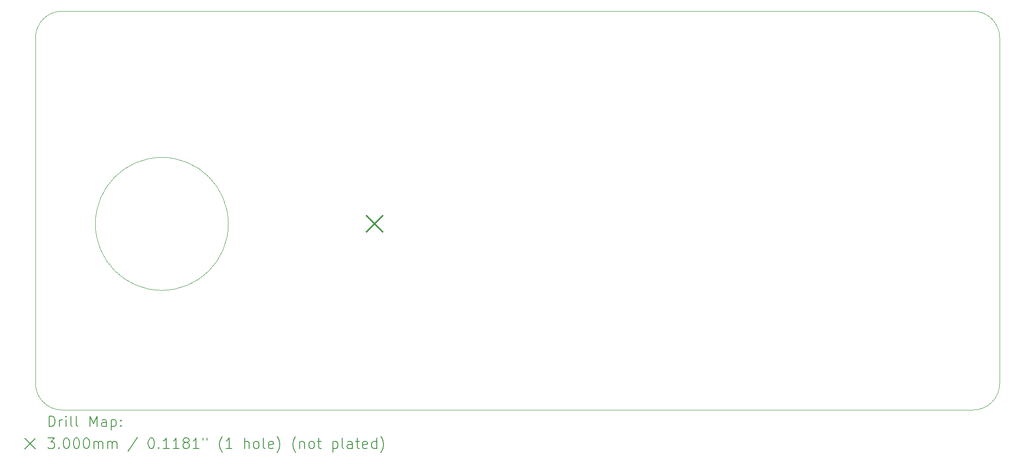
<source format=gbr>
%TF.GenerationSoftware,KiCad,Pcbnew,8.0.1*%
%TF.CreationDate,2024-03-31T13:33:14-07:00*%
%TF.ProjectId,Control,436f6e74-726f-46c2-9e6b-696361645f70,2.0*%
%TF.SameCoordinates,Original*%
%TF.FileFunction,Drillmap*%
%TF.FilePolarity,Positive*%
%FSLAX45Y45*%
G04 Gerber Fmt 4.5, Leading zero omitted, Abs format (unit mm)*
G04 Created by KiCad (PCBNEW 8.0.1) date 2024-03-31 13:33:14*
%MOMM*%
%LPD*%
G01*
G04 APERTURE LIST*
%ADD10C,0.050000*%
%ADD11C,0.200000*%
%ADD12C,0.300000*%
G04 APERTURE END LIST*
D10*
X5207000Y-13208000D02*
X5207000Y-6604000D01*
X5715000Y-13716000D02*
G75*
G02*
X5207000Y-13208000I0J508000D01*
G01*
X23114000Y-6096000D02*
G75*
G02*
X23622000Y-6604000I0J-508000D01*
G01*
X23622000Y-6604000D02*
X23622000Y-13208000D01*
X5715000Y-6096000D02*
X23114000Y-6096000D01*
X5207000Y-6604000D02*
G75*
G02*
X5715000Y-6096000I508000J0D01*
G01*
X8890000Y-10160000D02*
G75*
G02*
X6350000Y-10160000I-1270000J0D01*
G01*
X6350000Y-10160000D02*
G75*
G02*
X8890000Y-10160000I1270000J0D01*
G01*
X23622000Y-13208000D02*
G75*
G02*
X23114000Y-13716000I-508000J0D01*
G01*
X23114000Y-13716000D02*
X5715000Y-13716000D01*
D11*
D12*
X11534000Y-10010000D02*
X11834000Y-10310000D01*
X11834000Y-10010000D02*
X11534000Y-10310000D01*
D11*
X5465277Y-14029984D02*
X5465277Y-13829984D01*
X5465277Y-13829984D02*
X5512896Y-13829984D01*
X5512896Y-13829984D02*
X5541467Y-13839508D01*
X5541467Y-13839508D02*
X5560515Y-13858555D01*
X5560515Y-13858555D02*
X5570039Y-13877603D01*
X5570039Y-13877603D02*
X5579563Y-13915698D01*
X5579563Y-13915698D02*
X5579563Y-13944269D01*
X5579563Y-13944269D02*
X5570039Y-13982365D01*
X5570039Y-13982365D02*
X5560515Y-14001412D01*
X5560515Y-14001412D02*
X5541467Y-14020460D01*
X5541467Y-14020460D02*
X5512896Y-14029984D01*
X5512896Y-14029984D02*
X5465277Y-14029984D01*
X5665277Y-14029984D02*
X5665277Y-13896650D01*
X5665277Y-13934746D02*
X5674801Y-13915698D01*
X5674801Y-13915698D02*
X5684324Y-13906174D01*
X5684324Y-13906174D02*
X5703372Y-13896650D01*
X5703372Y-13896650D02*
X5722420Y-13896650D01*
X5789086Y-14029984D02*
X5789086Y-13896650D01*
X5789086Y-13829984D02*
X5779562Y-13839508D01*
X5779562Y-13839508D02*
X5789086Y-13849031D01*
X5789086Y-13849031D02*
X5798610Y-13839508D01*
X5798610Y-13839508D02*
X5789086Y-13829984D01*
X5789086Y-13829984D02*
X5789086Y-13849031D01*
X5912896Y-14029984D02*
X5893848Y-14020460D01*
X5893848Y-14020460D02*
X5884324Y-14001412D01*
X5884324Y-14001412D02*
X5884324Y-13829984D01*
X6017658Y-14029984D02*
X5998610Y-14020460D01*
X5998610Y-14020460D02*
X5989086Y-14001412D01*
X5989086Y-14001412D02*
X5989086Y-13829984D01*
X6246229Y-14029984D02*
X6246229Y-13829984D01*
X6246229Y-13829984D02*
X6312896Y-13972841D01*
X6312896Y-13972841D02*
X6379562Y-13829984D01*
X6379562Y-13829984D02*
X6379562Y-14029984D01*
X6560515Y-14029984D02*
X6560515Y-13925222D01*
X6560515Y-13925222D02*
X6550991Y-13906174D01*
X6550991Y-13906174D02*
X6531943Y-13896650D01*
X6531943Y-13896650D02*
X6493848Y-13896650D01*
X6493848Y-13896650D02*
X6474801Y-13906174D01*
X6560515Y-14020460D02*
X6541467Y-14029984D01*
X6541467Y-14029984D02*
X6493848Y-14029984D01*
X6493848Y-14029984D02*
X6474801Y-14020460D01*
X6474801Y-14020460D02*
X6465277Y-14001412D01*
X6465277Y-14001412D02*
X6465277Y-13982365D01*
X6465277Y-13982365D02*
X6474801Y-13963317D01*
X6474801Y-13963317D02*
X6493848Y-13953793D01*
X6493848Y-13953793D02*
X6541467Y-13953793D01*
X6541467Y-13953793D02*
X6560515Y-13944269D01*
X6655753Y-13896650D02*
X6655753Y-14096650D01*
X6655753Y-13906174D02*
X6674801Y-13896650D01*
X6674801Y-13896650D02*
X6712896Y-13896650D01*
X6712896Y-13896650D02*
X6731943Y-13906174D01*
X6731943Y-13906174D02*
X6741467Y-13915698D01*
X6741467Y-13915698D02*
X6750991Y-13934746D01*
X6750991Y-13934746D02*
X6750991Y-13991888D01*
X6750991Y-13991888D02*
X6741467Y-14010936D01*
X6741467Y-14010936D02*
X6731943Y-14020460D01*
X6731943Y-14020460D02*
X6712896Y-14029984D01*
X6712896Y-14029984D02*
X6674801Y-14029984D01*
X6674801Y-14029984D02*
X6655753Y-14020460D01*
X6836705Y-14010936D02*
X6846229Y-14020460D01*
X6846229Y-14020460D02*
X6836705Y-14029984D01*
X6836705Y-14029984D02*
X6827182Y-14020460D01*
X6827182Y-14020460D02*
X6836705Y-14010936D01*
X6836705Y-14010936D02*
X6836705Y-14029984D01*
X6836705Y-13906174D02*
X6846229Y-13915698D01*
X6846229Y-13915698D02*
X6836705Y-13925222D01*
X6836705Y-13925222D02*
X6827182Y-13915698D01*
X6827182Y-13915698D02*
X6836705Y-13906174D01*
X6836705Y-13906174D02*
X6836705Y-13925222D01*
X5004500Y-14258500D02*
X5204500Y-14458500D01*
X5204500Y-14258500D02*
X5004500Y-14458500D01*
X5446229Y-14249984D02*
X5570039Y-14249984D01*
X5570039Y-14249984D02*
X5503372Y-14326174D01*
X5503372Y-14326174D02*
X5531944Y-14326174D01*
X5531944Y-14326174D02*
X5550991Y-14335698D01*
X5550991Y-14335698D02*
X5560515Y-14345222D01*
X5560515Y-14345222D02*
X5570039Y-14364269D01*
X5570039Y-14364269D02*
X5570039Y-14411888D01*
X5570039Y-14411888D02*
X5560515Y-14430936D01*
X5560515Y-14430936D02*
X5550991Y-14440460D01*
X5550991Y-14440460D02*
X5531944Y-14449984D01*
X5531944Y-14449984D02*
X5474801Y-14449984D01*
X5474801Y-14449984D02*
X5455753Y-14440460D01*
X5455753Y-14440460D02*
X5446229Y-14430936D01*
X5655753Y-14430936D02*
X5665277Y-14440460D01*
X5665277Y-14440460D02*
X5655753Y-14449984D01*
X5655753Y-14449984D02*
X5646229Y-14440460D01*
X5646229Y-14440460D02*
X5655753Y-14430936D01*
X5655753Y-14430936D02*
X5655753Y-14449984D01*
X5789086Y-14249984D02*
X5808134Y-14249984D01*
X5808134Y-14249984D02*
X5827182Y-14259508D01*
X5827182Y-14259508D02*
X5836705Y-14269031D01*
X5836705Y-14269031D02*
X5846229Y-14288079D01*
X5846229Y-14288079D02*
X5855753Y-14326174D01*
X5855753Y-14326174D02*
X5855753Y-14373793D01*
X5855753Y-14373793D02*
X5846229Y-14411888D01*
X5846229Y-14411888D02*
X5836705Y-14430936D01*
X5836705Y-14430936D02*
X5827182Y-14440460D01*
X5827182Y-14440460D02*
X5808134Y-14449984D01*
X5808134Y-14449984D02*
X5789086Y-14449984D01*
X5789086Y-14449984D02*
X5770039Y-14440460D01*
X5770039Y-14440460D02*
X5760515Y-14430936D01*
X5760515Y-14430936D02*
X5750991Y-14411888D01*
X5750991Y-14411888D02*
X5741467Y-14373793D01*
X5741467Y-14373793D02*
X5741467Y-14326174D01*
X5741467Y-14326174D02*
X5750991Y-14288079D01*
X5750991Y-14288079D02*
X5760515Y-14269031D01*
X5760515Y-14269031D02*
X5770039Y-14259508D01*
X5770039Y-14259508D02*
X5789086Y-14249984D01*
X5979562Y-14249984D02*
X5998610Y-14249984D01*
X5998610Y-14249984D02*
X6017658Y-14259508D01*
X6017658Y-14259508D02*
X6027182Y-14269031D01*
X6027182Y-14269031D02*
X6036705Y-14288079D01*
X6036705Y-14288079D02*
X6046229Y-14326174D01*
X6046229Y-14326174D02*
X6046229Y-14373793D01*
X6046229Y-14373793D02*
X6036705Y-14411888D01*
X6036705Y-14411888D02*
X6027182Y-14430936D01*
X6027182Y-14430936D02*
X6017658Y-14440460D01*
X6017658Y-14440460D02*
X5998610Y-14449984D01*
X5998610Y-14449984D02*
X5979562Y-14449984D01*
X5979562Y-14449984D02*
X5960515Y-14440460D01*
X5960515Y-14440460D02*
X5950991Y-14430936D01*
X5950991Y-14430936D02*
X5941467Y-14411888D01*
X5941467Y-14411888D02*
X5931943Y-14373793D01*
X5931943Y-14373793D02*
X5931943Y-14326174D01*
X5931943Y-14326174D02*
X5941467Y-14288079D01*
X5941467Y-14288079D02*
X5950991Y-14269031D01*
X5950991Y-14269031D02*
X5960515Y-14259508D01*
X5960515Y-14259508D02*
X5979562Y-14249984D01*
X6170039Y-14249984D02*
X6189086Y-14249984D01*
X6189086Y-14249984D02*
X6208134Y-14259508D01*
X6208134Y-14259508D02*
X6217658Y-14269031D01*
X6217658Y-14269031D02*
X6227182Y-14288079D01*
X6227182Y-14288079D02*
X6236705Y-14326174D01*
X6236705Y-14326174D02*
X6236705Y-14373793D01*
X6236705Y-14373793D02*
X6227182Y-14411888D01*
X6227182Y-14411888D02*
X6217658Y-14430936D01*
X6217658Y-14430936D02*
X6208134Y-14440460D01*
X6208134Y-14440460D02*
X6189086Y-14449984D01*
X6189086Y-14449984D02*
X6170039Y-14449984D01*
X6170039Y-14449984D02*
X6150991Y-14440460D01*
X6150991Y-14440460D02*
X6141467Y-14430936D01*
X6141467Y-14430936D02*
X6131943Y-14411888D01*
X6131943Y-14411888D02*
X6122420Y-14373793D01*
X6122420Y-14373793D02*
X6122420Y-14326174D01*
X6122420Y-14326174D02*
X6131943Y-14288079D01*
X6131943Y-14288079D02*
X6141467Y-14269031D01*
X6141467Y-14269031D02*
X6150991Y-14259508D01*
X6150991Y-14259508D02*
X6170039Y-14249984D01*
X6322420Y-14449984D02*
X6322420Y-14316650D01*
X6322420Y-14335698D02*
X6331943Y-14326174D01*
X6331943Y-14326174D02*
X6350991Y-14316650D01*
X6350991Y-14316650D02*
X6379563Y-14316650D01*
X6379563Y-14316650D02*
X6398610Y-14326174D01*
X6398610Y-14326174D02*
X6408134Y-14345222D01*
X6408134Y-14345222D02*
X6408134Y-14449984D01*
X6408134Y-14345222D02*
X6417658Y-14326174D01*
X6417658Y-14326174D02*
X6436705Y-14316650D01*
X6436705Y-14316650D02*
X6465277Y-14316650D01*
X6465277Y-14316650D02*
X6484324Y-14326174D01*
X6484324Y-14326174D02*
X6493848Y-14345222D01*
X6493848Y-14345222D02*
X6493848Y-14449984D01*
X6589086Y-14449984D02*
X6589086Y-14316650D01*
X6589086Y-14335698D02*
X6598610Y-14326174D01*
X6598610Y-14326174D02*
X6617658Y-14316650D01*
X6617658Y-14316650D02*
X6646229Y-14316650D01*
X6646229Y-14316650D02*
X6665277Y-14326174D01*
X6665277Y-14326174D02*
X6674801Y-14345222D01*
X6674801Y-14345222D02*
X6674801Y-14449984D01*
X6674801Y-14345222D02*
X6684324Y-14326174D01*
X6684324Y-14326174D02*
X6703372Y-14316650D01*
X6703372Y-14316650D02*
X6731943Y-14316650D01*
X6731943Y-14316650D02*
X6750991Y-14326174D01*
X6750991Y-14326174D02*
X6760515Y-14345222D01*
X6760515Y-14345222D02*
X6760515Y-14449984D01*
X7150991Y-14240460D02*
X6979563Y-14497603D01*
X7408134Y-14249984D02*
X7427182Y-14249984D01*
X7427182Y-14249984D02*
X7446229Y-14259508D01*
X7446229Y-14259508D02*
X7455753Y-14269031D01*
X7455753Y-14269031D02*
X7465277Y-14288079D01*
X7465277Y-14288079D02*
X7474801Y-14326174D01*
X7474801Y-14326174D02*
X7474801Y-14373793D01*
X7474801Y-14373793D02*
X7465277Y-14411888D01*
X7465277Y-14411888D02*
X7455753Y-14430936D01*
X7455753Y-14430936D02*
X7446229Y-14440460D01*
X7446229Y-14440460D02*
X7427182Y-14449984D01*
X7427182Y-14449984D02*
X7408134Y-14449984D01*
X7408134Y-14449984D02*
X7389086Y-14440460D01*
X7389086Y-14440460D02*
X7379563Y-14430936D01*
X7379563Y-14430936D02*
X7370039Y-14411888D01*
X7370039Y-14411888D02*
X7360515Y-14373793D01*
X7360515Y-14373793D02*
X7360515Y-14326174D01*
X7360515Y-14326174D02*
X7370039Y-14288079D01*
X7370039Y-14288079D02*
X7379563Y-14269031D01*
X7379563Y-14269031D02*
X7389086Y-14259508D01*
X7389086Y-14259508D02*
X7408134Y-14249984D01*
X7560515Y-14430936D02*
X7570039Y-14440460D01*
X7570039Y-14440460D02*
X7560515Y-14449984D01*
X7560515Y-14449984D02*
X7550991Y-14440460D01*
X7550991Y-14440460D02*
X7560515Y-14430936D01*
X7560515Y-14430936D02*
X7560515Y-14449984D01*
X7760515Y-14449984D02*
X7646229Y-14449984D01*
X7703372Y-14449984D02*
X7703372Y-14249984D01*
X7703372Y-14249984D02*
X7684325Y-14278555D01*
X7684325Y-14278555D02*
X7665277Y-14297603D01*
X7665277Y-14297603D02*
X7646229Y-14307127D01*
X7950991Y-14449984D02*
X7836706Y-14449984D01*
X7893848Y-14449984D02*
X7893848Y-14249984D01*
X7893848Y-14249984D02*
X7874801Y-14278555D01*
X7874801Y-14278555D02*
X7855753Y-14297603D01*
X7855753Y-14297603D02*
X7836706Y-14307127D01*
X8065277Y-14335698D02*
X8046229Y-14326174D01*
X8046229Y-14326174D02*
X8036706Y-14316650D01*
X8036706Y-14316650D02*
X8027182Y-14297603D01*
X8027182Y-14297603D02*
X8027182Y-14288079D01*
X8027182Y-14288079D02*
X8036706Y-14269031D01*
X8036706Y-14269031D02*
X8046229Y-14259508D01*
X8046229Y-14259508D02*
X8065277Y-14249984D01*
X8065277Y-14249984D02*
X8103372Y-14249984D01*
X8103372Y-14249984D02*
X8122420Y-14259508D01*
X8122420Y-14259508D02*
X8131944Y-14269031D01*
X8131944Y-14269031D02*
X8141467Y-14288079D01*
X8141467Y-14288079D02*
X8141467Y-14297603D01*
X8141467Y-14297603D02*
X8131944Y-14316650D01*
X8131944Y-14316650D02*
X8122420Y-14326174D01*
X8122420Y-14326174D02*
X8103372Y-14335698D01*
X8103372Y-14335698D02*
X8065277Y-14335698D01*
X8065277Y-14335698D02*
X8046229Y-14345222D01*
X8046229Y-14345222D02*
X8036706Y-14354746D01*
X8036706Y-14354746D02*
X8027182Y-14373793D01*
X8027182Y-14373793D02*
X8027182Y-14411888D01*
X8027182Y-14411888D02*
X8036706Y-14430936D01*
X8036706Y-14430936D02*
X8046229Y-14440460D01*
X8046229Y-14440460D02*
X8065277Y-14449984D01*
X8065277Y-14449984D02*
X8103372Y-14449984D01*
X8103372Y-14449984D02*
X8122420Y-14440460D01*
X8122420Y-14440460D02*
X8131944Y-14430936D01*
X8131944Y-14430936D02*
X8141467Y-14411888D01*
X8141467Y-14411888D02*
X8141467Y-14373793D01*
X8141467Y-14373793D02*
X8131944Y-14354746D01*
X8131944Y-14354746D02*
X8122420Y-14345222D01*
X8122420Y-14345222D02*
X8103372Y-14335698D01*
X8331944Y-14449984D02*
X8217658Y-14449984D01*
X8274801Y-14449984D02*
X8274801Y-14249984D01*
X8274801Y-14249984D02*
X8255753Y-14278555D01*
X8255753Y-14278555D02*
X8236706Y-14297603D01*
X8236706Y-14297603D02*
X8217658Y-14307127D01*
X8408134Y-14249984D02*
X8408134Y-14288079D01*
X8484325Y-14249984D02*
X8484325Y-14288079D01*
X8779563Y-14526174D02*
X8770039Y-14516650D01*
X8770039Y-14516650D02*
X8750991Y-14488079D01*
X8750991Y-14488079D02*
X8741468Y-14469031D01*
X8741468Y-14469031D02*
X8731944Y-14440460D01*
X8731944Y-14440460D02*
X8722420Y-14392841D01*
X8722420Y-14392841D02*
X8722420Y-14354746D01*
X8722420Y-14354746D02*
X8731944Y-14307127D01*
X8731944Y-14307127D02*
X8741468Y-14278555D01*
X8741468Y-14278555D02*
X8750991Y-14259508D01*
X8750991Y-14259508D02*
X8770039Y-14230936D01*
X8770039Y-14230936D02*
X8779563Y-14221412D01*
X8960515Y-14449984D02*
X8846230Y-14449984D01*
X8903372Y-14449984D02*
X8903372Y-14249984D01*
X8903372Y-14249984D02*
X8884325Y-14278555D01*
X8884325Y-14278555D02*
X8865277Y-14297603D01*
X8865277Y-14297603D02*
X8846230Y-14307127D01*
X9198611Y-14449984D02*
X9198611Y-14249984D01*
X9284325Y-14449984D02*
X9284325Y-14345222D01*
X9284325Y-14345222D02*
X9274801Y-14326174D01*
X9274801Y-14326174D02*
X9255753Y-14316650D01*
X9255753Y-14316650D02*
X9227182Y-14316650D01*
X9227182Y-14316650D02*
X9208134Y-14326174D01*
X9208134Y-14326174D02*
X9198611Y-14335698D01*
X9408134Y-14449984D02*
X9389087Y-14440460D01*
X9389087Y-14440460D02*
X9379563Y-14430936D01*
X9379563Y-14430936D02*
X9370039Y-14411888D01*
X9370039Y-14411888D02*
X9370039Y-14354746D01*
X9370039Y-14354746D02*
X9379563Y-14335698D01*
X9379563Y-14335698D02*
X9389087Y-14326174D01*
X9389087Y-14326174D02*
X9408134Y-14316650D01*
X9408134Y-14316650D02*
X9436706Y-14316650D01*
X9436706Y-14316650D02*
X9455753Y-14326174D01*
X9455753Y-14326174D02*
X9465277Y-14335698D01*
X9465277Y-14335698D02*
X9474801Y-14354746D01*
X9474801Y-14354746D02*
X9474801Y-14411888D01*
X9474801Y-14411888D02*
X9465277Y-14430936D01*
X9465277Y-14430936D02*
X9455753Y-14440460D01*
X9455753Y-14440460D02*
X9436706Y-14449984D01*
X9436706Y-14449984D02*
X9408134Y-14449984D01*
X9589087Y-14449984D02*
X9570039Y-14440460D01*
X9570039Y-14440460D02*
X9560515Y-14421412D01*
X9560515Y-14421412D02*
X9560515Y-14249984D01*
X9741468Y-14440460D02*
X9722420Y-14449984D01*
X9722420Y-14449984D02*
X9684325Y-14449984D01*
X9684325Y-14449984D02*
X9665277Y-14440460D01*
X9665277Y-14440460D02*
X9655753Y-14421412D01*
X9655753Y-14421412D02*
X9655753Y-14345222D01*
X9655753Y-14345222D02*
X9665277Y-14326174D01*
X9665277Y-14326174D02*
X9684325Y-14316650D01*
X9684325Y-14316650D02*
X9722420Y-14316650D01*
X9722420Y-14316650D02*
X9741468Y-14326174D01*
X9741468Y-14326174D02*
X9750992Y-14345222D01*
X9750992Y-14345222D02*
X9750992Y-14364269D01*
X9750992Y-14364269D02*
X9655753Y-14383317D01*
X9817658Y-14526174D02*
X9827182Y-14516650D01*
X9827182Y-14516650D02*
X9846230Y-14488079D01*
X9846230Y-14488079D02*
X9855753Y-14469031D01*
X9855753Y-14469031D02*
X9865277Y-14440460D01*
X9865277Y-14440460D02*
X9874801Y-14392841D01*
X9874801Y-14392841D02*
X9874801Y-14354746D01*
X9874801Y-14354746D02*
X9865277Y-14307127D01*
X9865277Y-14307127D02*
X9855753Y-14278555D01*
X9855753Y-14278555D02*
X9846230Y-14259508D01*
X9846230Y-14259508D02*
X9827182Y-14230936D01*
X9827182Y-14230936D02*
X9817658Y-14221412D01*
X10179563Y-14526174D02*
X10170039Y-14516650D01*
X10170039Y-14516650D02*
X10150992Y-14488079D01*
X10150992Y-14488079D02*
X10141468Y-14469031D01*
X10141468Y-14469031D02*
X10131944Y-14440460D01*
X10131944Y-14440460D02*
X10122420Y-14392841D01*
X10122420Y-14392841D02*
X10122420Y-14354746D01*
X10122420Y-14354746D02*
X10131944Y-14307127D01*
X10131944Y-14307127D02*
X10141468Y-14278555D01*
X10141468Y-14278555D02*
X10150992Y-14259508D01*
X10150992Y-14259508D02*
X10170039Y-14230936D01*
X10170039Y-14230936D02*
X10179563Y-14221412D01*
X10255753Y-14316650D02*
X10255753Y-14449984D01*
X10255753Y-14335698D02*
X10265277Y-14326174D01*
X10265277Y-14326174D02*
X10284325Y-14316650D01*
X10284325Y-14316650D02*
X10312896Y-14316650D01*
X10312896Y-14316650D02*
X10331944Y-14326174D01*
X10331944Y-14326174D02*
X10341468Y-14345222D01*
X10341468Y-14345222D02*
X10341468Y-14449984D01*
X10465277Y-14449984D02*
X10446230Y-14440460D01*
X10446230Y-14440460D02*
X10436706Y-14430936D01*
X10436706Y-14430936D02*
X10427182Y-14411888D01*
X10427182Y-14411888D02*
X10427182Y-14354746D01*
X10427182Y-14354746D02*
X10436706Y-14335698D01*
X10436706Y-14335698D02*
X10446230Y-14326174D01*
X10446230Y-14326174D02*
X10465277Y-14316650D01*
X10465277Y-14316650D02*
X10493849Y-14316650D01*
X10493849Y-14316650D02*
X10512896Y-14326174D01*
X10512896Y-14326174D02*
X10522420Y-14335698D01*
X10522420Y-14335698D02*
X10531944Y-14354746D01*
X10531944Y-14354746D02*
X10531944Y-14411888D01*
X10531944Y-14411888D02*
X10522420Y-14430936D01*
X10522420Y-14430936D02*
X10512896Y-14440460D01*
X10512896Y-14440460D02*
X10493849Y-14449984D01*
X10493849Y-14449984D02*
X10465277Y-14449984D01*
X10589087Y-14316650D02*
X10665277Y-14316650D01*
X10617658Y-14249984D02*
X10617658Y-14421412D01*
X10617658Y-14421412D02*
X10627182Y-14440460D01*
X10627182Y-14440460D02*
X10646230Y-14449984D01*
X10646230Y-14449984D02*
X10665277Y-14449984D01*
X10884325Y-14316650D02*
X10884325Y-14516650D01*
X10884325Y-14326174D02*
X10903373Y-14316650D01*
X10903373Y-14316650D02*
X10941468Y-14316650D01*
X10941468Y-14316650D02*
X10960515Y-14326174D01*
X10960515Y-14326174D02*
X10970039Y-14335698D01*
X10970039Y-14335698D02*
X10979563Y-14354746D01*
X10979563Y-14354746D02*
X10979563Y-14411888D01*
X10979563Y-14411888D02*
X10970039Y-14430936D01*
X10970039Y-14430936D02*
X10960515Y-14440460D01*
X10960515Y-14440460D02*
X10941468Y-14449984D01*
X10941468Y-14449984D02*
X10903373Y-14449984D01*
X10903373Y-14449984D02*
X10884325Y-14440460D01*
X11093849Y-14449984D02*
X11074801Y-14440460D01*
X11074801Y-14440460D02*
X11065277Y-14421412D01*
X11065277Y-14421412D02*
X11065277Y-14249984D01*
X11255753Y-14449984D02*
X11255753Y-14345222D01*
X11255753Y-14345222D02*
X11246230Y-14326174D01*
X11246230Y-14326174D02*
X11227182Y-14316650D01*
X11227182Y-14316650D02*
X11189087Y-14316650D01*
X11189087Y-14316650D02*
X11170039Y-14326174D01*
X11255753Y-14440460D02*
X11236706Y-14449984D01*
X11236706Y-14449984D02*
X11189087Y-14449984D01*
X11189087Y-14449984D02*
X11170039Y-14440460D01*
X11170039Y-14440460D02*
X11160515Y-14421412D01*
X11160515Y-14421412D02*
X11160515Y-14402365D01*
X11160515Y-14402365D02*
X11170039Y-14383317D01*
X11170039Y-14383317D02*
X11189087Y-14373793D01*
X11189087Y-14373793D02*
X11236706Y-14373793D01*
X11236706Y-14373793D02*
X11255753Y-14364269D01*
X11322420Y-14316650D02*
X11398611Y-14316650D01*
X11350992Y-14249984D02*
X11350992Y-14421412D01*
X11350992Y-14421412D02*
X11360515Y-14440460D01*
X11360515Y-14440460D02*
X11379563Y-14449984D01*
X11379563Y-14449984D02*
X11398611Y-14449984D01*
X11541468Y-14440460D02*
X11522420Y-14449984D01*
X11522420Y-14449984D02*
X11484325Y-14449984D01*
X11484325Y-14449984D02*
X11465277Y-14440460D01*
X11465277Y-14440460D02*
X11455753Y-14421412D01*
X11455753Y-14421412D02*
X11455753Y-14345222D01*
X11455753Y-14345222D02*
X11465277Y-14326174D01*
X11465277Y-14326174D02*
X11484325Y-14316650D01*
X11484325Y-14316650D02*
X11522420Y-14316650D01*
X11522420Y-14316650D02*
X11541468Y-14326174D01*
X11541468Y-14326174D02*
X11550992Y-14345222D01*
X11550992Y-14345222D02*
X11550992Y-14364269D01*
X11550992Y-14364269D02*
X11455753Y-14383317D01*
X11722420Y-14449984D02*
X11722420Y-14249984D01*
X11722420Y-14440460D02*
X11703373Y-14449984D01*
X11703373Y-14449984D02*
X11665277Y-14449984D01*
X11665277Y-14449984D02*
X11646230Y-14440460D01*
X11646230Y-14440460D02*
X11636706Y-14430936D01*
X11636706Y-14430936D02*
X11627182Y-14411888D01*
X11627182Y-14411888D02*
X11627182Y-14354746D01*
X11627182Y-14354746D02*
X11636706Y-14335698D01*
X11636706Y-14335698D02*
X11646230Y-14326174D01*
X11646230Y-14326174D02*
X11665277Y-14316650D01*
X11665277Y-14316650D02*
X11703373Y-14316650D01*
X11703373Y-14316650D02*
X11722420Y-14326174D01*
X11798611Y-14526174D02*
X11808134Y-14516650D01*
X11808134Y-14516650D02*
X11827182Y-14488079D01*
X11827182Y-14488079D02*
X11836706Y-14469031D01*
X11836706Y-14469031D02*
X11846230Y-14440460D01*
X11846230Y-14440460D02*
X11855753Y-14392841D01*
X11855753Y-14392841D02*
X11855753Y-14354746D01*
X11855753Y-14354746D02*
X11846230Y-14307127D01*
X11846230Y-14307127D02*
X11836706Y-14278555D01*
X11836706Y-14278555D02*
X11827182Y-14259508D01*
X11827182Y-14259508D02*
X11808134Y-14230936D01*
X11808134Y-14230936D02*
X11798611Y-14221412D01*
M02*

</source>
